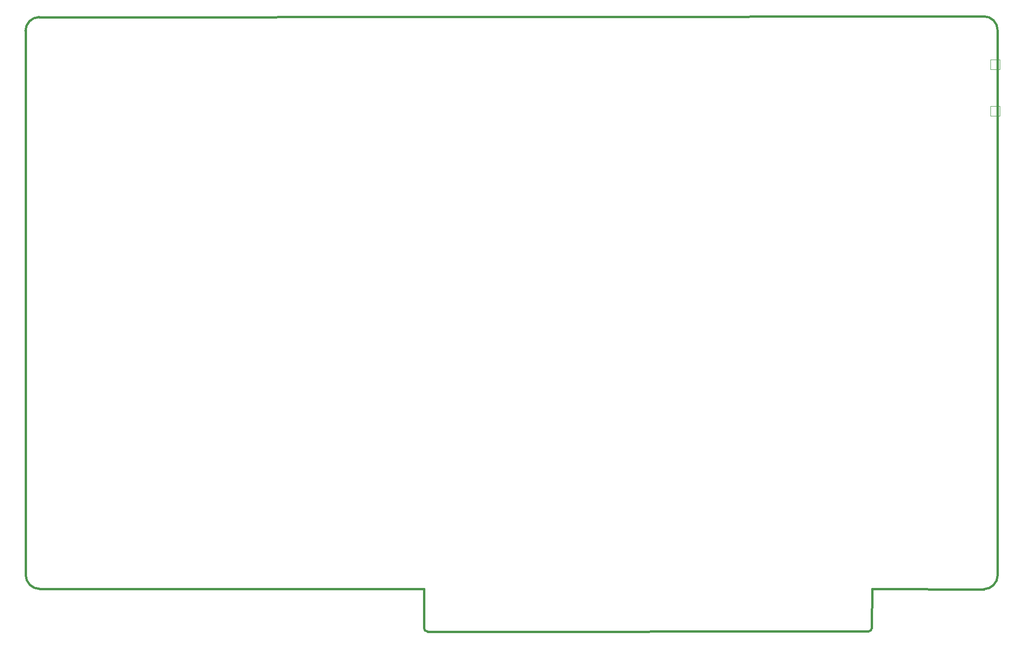
<source format=gbr>
%TF.GenerationSoftware,KiCad,Pcbnew,9.0.2*%
%TF.CreationDate,2025-12-28T20:05:54-06:00*%
%TF.ProjectId,DUALESP,4455414c-4553-4502-9e6b-696361645f70,V1.2*%
%TF.SameCoordinates,Original*%
%TF.FileFunction,Profile,NP*%
%FSLAX46Y46*%
G04 Gerber Fmt 4.6, Leading zero omitted, Abs format (unit mm)*
G04 Created by KiCad (PCBNEW 9.0.2) date 2025-12-28 20:05:54*
%MOMM*%
%LPD*%
G01*
G04 APERTURE LIST*
%TA.AperFunction,Profile*%
%ADD10C,0.381000*%
%TD*%
%TA.AperFunction,Profile*%
%ADD11C,0.010000*%
%TD*%
G04 APERTURE END LIST*
D10*
X215638666Y-37203666D02*
X215638666Y-136263666D01*
X192778666Y-145864866D02*
G75*
G02*
X192143666Y-146499866I-634966J-34D01*
G01*
X41452800Y-34747200D02*
X213073266Y-34612866D01*
X111371666Y-138727466D02*
X111388830Y-145873073D01*
X38963228Y-37279856D02*
G75*
G02*
X41452800Y-34747200I2532972J56D01*
G01*
X106545666Y-138727466D02*
X111371666Y-138727466D01*
X112023830Y-146508073D02*
G75*
G02*
X111388827Y-145873073I70J635073D01*
G01*
X41554400Y-138760200D02*
X106545666Y-138727466D01*
X215638718Y-136263666D02*
G75*
G02*
X213124066Y-138803665I-2532618J-7434D01*
G01*
X41554400Y-138760200D02*
G75*
G02*
X39014400Y-136220200I0J2540000D01*
G01*
X112023830Y-146508073D02*
X192143666Y-146499866D01*
X192804066Y-138790966D02*
X213124066Y-138803666D01*
X213073260Y-34612377D02*
G75*
G02*
X215638666Y-37203666I32840J-2533023D01*
G01*
X39014400Y-136220200D02*
X38956256Y-37279856D01*
X192804066Y-138790966D02*
X192778666Y-145864866D01*
D11*
%TO.C,J9*%
X214296000Y-42451500D02*
X214296000Y-44251500D01*
X214296000Y-44251500D02*
X215996000Y-44251500D01*
X214296000Y-50951500D02*
X214296000Y-52751500D01*
X214296000Y-52751500D02*
X215996000Y-52751500D01*
X215996000Y-42451500D02*
X214296000Y-42451500D01*
X215996000Y-44251500D02*
X215996000Y-42451500D01*
X215996000Y-50951500D02*
X214296000Y-50951500D01*
X215996000Y-52751500D02*
X215996000Y-50951500D01*
%TD*%
M02*

</source>
